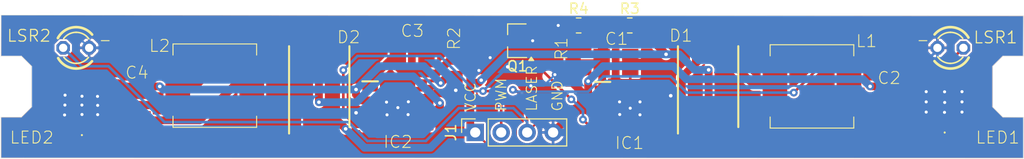
<source format=kicad_pcb>
(kicad_pcb (version 20240108) (generator "pcbnew") (generator_version "8.0")
  (layers (0 "F.Cu" signal) (31 "B.Cu" signal) (34 "B.Paste" user) (35 "F.Paste" user) (36 "B.SilkS" user "B.Silkscreen") (37 "F.SilkS" user "F.Silkscreen") (38 "B.Mask" user) (39 "F.Mask" user) (44 "Edge.Cuts" user))
  (net 0 "")
  (net 1 "N$5")
  (net 2 "GND")
  (net 3 "N$1")
  (net 4 "N$3")
  (net 5 "N$4")
  (net 6 "N$7")
  (net 7 "N$8")
  (net 8 "N$9")
  (net 9 "PWM1")
  (net 10 "N$10")
  (net 11 "Net-(D1-K)")
  (net 12 "Net-(J1-Pin_3)")
  (net 13 "Net-(IC2-VSET)")
  (net 14 "Net-(LASER1-PadA)")
  (net 15 "Net-(LASER2-PadA)")
  (net 16 "Net-(Q1-E)")
  (footprint "Resistor_SMD:R_0805_2012Metric_Pad1.20x1.40mm_HandSolder" (layer "F.Cu") (at 155 99)
    (property "Reference" "R4" (at 0 -1.65 0) (layer "F.SilkS"))
    (property "Value" "R_US")
    (pad "1" smd roundrect (at -1 0) (size 1.2 1.4) (layers "F.Cu" "F.Paste" "F.Mask") (roundrect_rratio 0.208333) (net 16 "Net-(Q1-E)"))
    (pad "2" smd roundrect (at 1 0) (size 1.2 1.4) (layers "F.Cu" "F.Paste" "F.Mask") (roundrect_rratio 0.208333) (net 15 "Net-(LASER2-PadA)"))
  )
  (footprint "Package_TO_SOT_SMD:SC-59_Handsoldering" (layer "F.Cu") (at 149 100.5 180)
    (property "Reference" "Q1" (at 0 -2.5 0) (layer "F.SilkS"))
    (property "Value" "2N2219")
    (pad "1" smd roundrect (at -1.65 -0.95 180) (size 1.8 0.8) (layers "F.Cu" "F.Paste" "F.Mask") (net 16 "Net-(Q1-E)"))
    (pad "2" smd roundrect (at -1.65 0.95 180) (size 1.8 0.8) (layers "F.Cu" "F.Paste" "F.Mask") (net 12 "Net-(J1-Pin_3)"))
    (pad "3" smd roundrect (at 1.65 0 180) (size 1.8 0.8) (layers "F.Cu" "F.Paste" "F.Mask") (net 11 "Net-(D1-K)"))
  )
  (footprint "DIOM7959X262N" (layer "F.Cu") (at 167.6646 105.0048 90)
    (property "Reference" "D1" (at 5.0048 -2.6646 0) (layer "F.SilkS") (effects (font (size 1.176528 1.176528) (thickness 0.093472))))
    (property "Value" "SS34-E3_57T" (hide yes))
    (pad "1" smd rect (at -3.5 0 180) (size 3.15 2.2) (layers "F.Cu" "F.Paste" "F.Mask") (net 5 "N$4"))
    (pad "2" smd rect (at 3.5 0 180) (size 3.15 2.2) (layers "F.Cu" "F.Paste" "F.Mask") (net 1 "N$5"))
  )
  (footprint "R0805_334" (layer "F.Cu") (at 154.4566 103.4068 90)
    (property "Reference" "R1" (at 0.9068 -0.4566 90) (layer "F.SilkS") (effects (font (size 1.176528 1.176528) (thickness 0.093472)) (justify left bottom)))
    (property "Value" "0.05Ω 1/4W" (hide yes))
    (pad "1" smd rect (at -0.95 0 90) (size 1.3 1.5) (layers "F.Cu" "F.Paste" "F.Mask") (net 4 "N$3"))
    (pad "2" smd rect (at 0.95 0 90) (size 1.3 1.5) (layers "F.Cu" "F.Paste" "F.Mask") (net 5 "N$4"))
  )
  (footprint "XMLDWT0000000000U40E2" (layer "F.Cu") (at 106.4006 106.8108 90)
    (property "Reference" "LED2" (at -3.1892 -4.9006 0) (layer "F.SilkS") (effects (font (size 1.176528 1.176528) (thickness 0.093472))))
    (property "Value" "XMLDWT-00-0000-0000U40E2" (hide yes))
    (pad "1" smd rect (at -2.14 0 180) (size 4.98 0.7) (layers "F.Cu" "F.Paste" "F.Mask") (net 7 "N$8"))
    (pad "2" smd rect (at 2.14 0 180) (size 4.98 0.7) (layers "F.Cu" "F.Paste" "F.Mask") (net 8 "N$9"))
    (pad "3" smd rect (at 0 0 180) (size 4.98 2.98) (layers "F.Cu" "F.Paste" "F.Mask") (net 2 "GND"))
  )
  (footprint "LED3MM_259" (layer "F.Cu") (at 105.841 101.1972)
    (property "Reference" "LSR2" (at -6.841 -0.508 0) (layer "F.SilkS") (effects (font (size 1.1557 1.1557) (thickness 0.1143)) (justify left bottom)))
    (property "Value" "TLLG4400" (hide yes))
    (pad "A" thru_hole roundrect (at -1.27 0) (size 1.3208 1.3208) (drill 0.8128) (layers "*.Cu" "*.Mask") (chamfer_ratio 0.2928932188) (chamfer top_left top_right bottom_left bottom_right) (net 10 "N$10"))
    (pad "K" thru_hole roundrect (at 1.27 0) (size 1.3208 1.3208) (drill 0.8128) (layers "*.Cu" "*.Mask") (chamfer_ratio 0.2928932188) (chamfer top_left top_right bottom_left bottom_right) (net 2 "GND"))
  )
  (footprint "C1210_334" (layer "F.Cu") (at 185.4446 107.4048 90)
    (property "Reference" "C2" (at 3.937 1.143 0) (layer "F.SilkS") (effects (font (size 1.176528 1.176528) (thickness 0.093472)) (justify right top)))
    (property "Value" "10μF" (hide yes))
    (pad "1" smd rect (at -1.4 0 90) (size 1.6 2.7) (layers "F.Cu" "F.Paste" "F.Mask") (net 3 "N$1"))
    (pad "2" smd rect (at 1.4 0 90) (size 1.6 2.7) (layers "F.Cu" "F.Paste" "F.Mask") (net 4 "N$3"))
  )
  (footprint "C1210_334" (layer "F.Cu") (at 158.6476 102.6488)
    (property "Reference" "C1" (at -1.1476 -1.6488 0) (layer "F.SilkS") (effects (font (size 1.176528 1.176528) (thickness 0.093472)) (justify left bottom)))
    (property "Value" "22μF" (hide yes))
    (pad "1" smd rect (at -1.4 0) (size 1.6 2.7) (layers "F.Cu" "F.Paste" "F.Mask") (net 5 "N$4"))
    (pad "2" smd rect (at 1.4 0) (size 1.6 2.7) (layers "F.Cu" "F.Paste" "F.Mask") (net 2 "GND"))
  )
  (footprint "IHLP3232DZER330M11" (layer "F.Cu") (at 119.4046 104.9058)
    (property "Reference" "L2" (at -5.4046 -3.9058 0) (layer "F.SilkS") (effects (font (size 1.176528 1.176528) (thickness 0.093472))))
    (property "Value" "IHLP3232DZER330M11" (hide yes))
    (pad "1" smd rect (at -3.619 0 90) (size 5.334 2.413) (layers "F.Cu" "F.Paste" "F.Mask") (net 6 "N$7"))
    (pad "2" smd rect (at 3.619 0 90) (size 5.334 2.413) (layers "F.Cu" "F.Paste" "F.Mask") (net 7 "N$8"))
  )
  (footprint "SOIC127P600X175-9N" (layer "F.Cu") (at 160.0446 107.1208)
    (property "Reference" "IC1" (at -0.072255 3.412803 0) (layer "F.SilkS") (effects (font (size 1.176528 1.176528) (thickness 0.093472))))
    (property "Value" "PAM2863ECR" (hide yes))
    (pad "1" smd rect (at -2.712 -1.905) (size 1.525 0.65) (layers "F.Cu" "F.Paste" "F.Mask") (net 5 "N$4"))
    (pad "2" smd rect (at -2.712 -0.635) (size 1.525 0.65) (layers "F.Cu" "F.Paste" "F.Mask") (net 4 "N$3"))
    (pad "3" smd rect (at -2.712 0.635) (size 1.525 0.65) (layers "F.Cu" "F.Paste" "F.Mask") (net 2 "GND"))
    (pad "4" smd rect (at -2.712 1.905) (size 1.525 0.65) (layers "F.Cu" "F.Paste" "F.Mask") (net 9 "PWM1"))
    (pad "5" smd rect (at 2.712 1.905) (size 1.525 0.65) (layers "F.Cu" "F.Paste" "F.Mask") (net 1 "N$5"))
    (pad "6" smd rect (at 2.712 0.635) (size 1.525 0.65) (layers "F.Cu" "F.Paste" "F.Mask") (net 1 "N$5"))
    (pad "7" smd rect (at 2.712 -0.635) (size 1.525 0.65) (layers "F.Cu" "F.Paste" "F.Mask") (net 2 "GND"))
    (pad "8" smd rect (at 2.712 -1.905) (size 1.525 0.65) (layers "F.Cu" "F.Paste" "F.Mask") (net 2 "GND"))
    (pad "9" smd rect (at 0 0) (size 3.3 2.41) (layers "F.Cu" "F.Paste" "F.Mask") (net 2 "GND"))
  )
  (footprint "C1210_334" (layer "F.Cu") (at 111.7846 106.8108 90)
    (property "Reference" "C4" (at 2.492521 -1.204845 0) (layer "F.SilkS") (effects (font (size 1.176528 1.176528) (thickness 0.093472)) (justify left bottom)))
    (property "Value" "10μF" (hide yes))
    (pad "1" smd rect (at -1.4 0 90) (size 1.6 2.7) (layers "F.Cu" "F.Paste" "F.Mask") (net 7 "N$8"))
    (pad "2" smd rect (at 1.4 0 90) (size 1.6 2.7) (layers "F.Cu" "F.Paste" "F.Mask") (net 8 "N$9"))
  )
  (footprint "DIOM7959X262N" (layer "F.Cu") (at 129.621043 105.0048 90)
    (property "Reference" "D2" (at 4.854443 2.878957 0) (layer "F.SilkS") (effects (font (size 1.176528 1.176528) (thickness 0.093472))))
    (property "Value" "SS34-E3_57T" (hide yes))
    (pad "1" smd rect (at -3.5 0 180) (size 3.15 2.2) (layers "F.Cu" "F.Paste" "F.Mask") (net 5 "N$4"))
    (pad "2" smd rect (at 3.5 0 180) (size 3.15 2.2) (layers "F.Cu" "F.Paste" "F.Mask") (net 6 "N$7"))
  )
  (footprint "SOIC127P600X175-9N" (layer "F.Cu") (at 137.3116 107.0648)
    (property "Reference" "IC2" (at 0.004556 3.361356 0) (layer "F.SilkS") (effects (font (size 1.176528 1.176528) (thickness 0.093472))))
    (property "Value" "PAM2863ECR" (hide yes))
    (pad "1" smd rect (at -2.712 -1.905) (size 1.525 0.65) (layers "F.Cu" "F.Paste" "F.Mask") (net 5 "N$4"))
    (pad "2" smd rect (at -2.712 -0.635) (size 1.525 0.65) (layers "F.Cu" "F.Paste" "F.Mask") (net 8 "N$9"))
    (pad "3" smd rect (at -2.712 0.635) (size 1.525 0.65) (layers "F.Cu" "F.Paste" "F.Mask") (net 2 "GND"))
    (pad "4" smd rect (at -2.712 1.905) (size 1.525 0.65) (layers "F.Cu" "F.Paste" "F.Mask") (net 9 "PWM1"))
    (pad "5" smd rect (at 2.712 1.905) (size 1.525 0.65) (layers "F.Cu" "F.Paste" "F.Mask") (net 6 "N$7"))
    (pad "6" smd rect (at 2.712 0.635) (size 1.525 0.65) (layers "F.Cu" "F.Paste" "F.Mask") (net 6 "N$7"))
    (pad "7" smd rect (at 2.712 -0.635) (size 1.525 0.65) (layers "F.Cu" "F.Paste" "F.Mask") (net 2 "GND"))
    (pad "8" smd rect (at 2.712 -1.905) (size 1.525 0.65) (layers "F.Cu" "F.Paste" "F.Mask") (net 2 "GND"))
    (pad "9" smd rect (at 0 0) (size 3.3 2.41) (layers "F.Cu" "F.Paste" "F.Mask") (net 2 "GND"))
  )
  (footprint "Connector_PinSocket_2.54mm:PinSocket_1x04_P2.54mm_Vertical" (layer "F.Cu") (at 144.88 109.5 90)
    (property "Reference" "J1" (at 0 -2.38 90) (layer "F.SilkS"))
    (property "Value" "Conn_01x04_Pin" (hide yes))
    (pad "1" thru_hole rect (at 0 0 90) (size 1.7 1.7) (drill 1) (layers "*.Cu" "*.Mask") (net 11 "Net-(D1-K)"))
    (pad "2" thru_hole oval (at 0 2.54 90) (size 1.7 1.7) (drill 1) (layers "*.Cu" "*.Mask") (net 13 "Net-(IC2-VSET)"))
    (pad "3" thru_hole oval (at 0 5.08 90) (size 1.7 1.7) (drill 1) (layers "*.Cu" "*.Mask") (net 12 "Net-(J1-Pin_3)"))
    (pad "4" thru_hole oval (at 0 7.62 90) (size 1.7 1.7) (drill 1) (layers "*.Cu" "*.Mask") (net 2 "GND"))
  )
  (footprint "Resistor_SMD:R_0805_2012Metric_Pad1.20x1.40mm_HandSolder" (layer "F.Cu") (at 160 99)
    (property "Reference" "R3" (at 0 -1.65 0) (layer "F.SilkS"))
    (property "Value" "R_US")
    (pad "1" smd roundrect (at -1 0) (size 1.2 1.4) (layers "F.Cu" "F.Paste" "F.Mask") (roundrect_rratio 0.208333) (net 16 "Net-(Q1-E)"))
    (pad "2" smd roundrect (at 1 0) (size 1.2 1.4) (layers "F.Cu" "F.Paste" "F.Mask") (roundrect_rratio 0.208333) (net 14 "Net-(LASER1-PadA)"))
  )
  (footprint "C1210_334" (layer "F.Cu") (at 138.7086 101.7598)
    (property "Reference" "C3" (at -1.1875 -1.539862 0) (layer "F.SilkS") (effects (font (size 1.176528 1.176528) (thickness 0.093472)) (justify left bottom)))
    (property "Value" "22μF" (hide yes))
    (pad "1" smd rect (at -1.4 0) (size 1.6 2.7) (layers "F.Cu" "F.Paste" "F.Mask") (net 5 "N$4"))
    (pad "2" smd rect (at 1.4 0) (size 1.6 2.7) (layers "F.Cu" "F.Paste" "F.Mask") (net 2 "GND"))
  )
  (footprint "R0805_334" (layer "F.Cu") (at 142.8996 103.1528 90)
    (property "Reference" "R2" (at 1.6528 0.6004 90) (layer "F.SilkS") (effects (font (size 1.176528 1.176528) (thickness 0.093472)) (justify left bottom)))
    (property "Value" "0.05Ω 1/4W" (hide yes))
    (pad "1" smd rect (at -0.95 0 90) (size 1.3 1.5) (layers "F.Cu" "F.Paste" "F.Mask") (net 8 "N$9"))
    (pad "2" smd rect (at 0.95 0 90) (size 1.3 1.5) (layers "F.Cu" "F.Paste" "F.Mask") (net 5 "N$4"))
  )
  (footprint "IHLP3232DZER330M11" (layer "F.Cu") (at 177.8246 104.9818)
    (property "Reference" "L1" (at 5.334 -4.445 0) (layer "F.SilkS") (effects (font (size 1.176528 1.176528) (thickness 0.093472))))
    (property "Value" "IHLP3232DZER330M11" (hide yes))
    (pad "1" smd rect (at -3.619 0 90) (size 5.334 2.413) (layers "F.Cu" "F.Paste" "F.Mask") (net 1 "N$5"))
    (pad "2" smd rect (at 3.619 0 90) (size 5.334 2.413) (layers "F.Cu" "F.Paste" "F.Mask") (net 3 "N$1"))
  )
  (footprint "XMLDWT0000000000U40E2" (layer "F.Cu") (at 190.8086 106.5568 90)
    (property "Reference" "LED1" (at -3.4432 5.1914 0) (layer "F.SilkS") (effects (font (size 1.176528 1.176528) (thickness 0.093472))))
    (property "Value" "XMLDWT-00-0000-0000U40E2" (hide yes))
    (pad "1" smd rect (at -2.14 0 180) (size 4.98 0.7) (layers "F.Cu" "F.Paste" "F.Mask") (net 3 "N$1"))
    (pad "2" smd rect (at 2.14 0 180) (size 4.98 0.7) (layers "F.Cu" "F.Paste" "F.Mask") (net 4 "N$3"))
    (pad "3" smd rect (at 0 0 180) (size 4.98 2.98) (layers "F.Cu" "F.Paste" "F.Mask") (net 2 "GND"))
  )
  (footprint "LED3MM_259" (layer "F.Cu") (at 191.3682 101.1972 180)
    (property "Reference" "LSR1" (at -6.6318 1.6972 0) (layer "F.SilkS") (effects (font (size 1.1557 1.1557) (thickness 0.1143)) (justify right top)))
    (property "Value" "TLLG4400" (hide yes))
    (pad "A" thru_hole roundrect (at -1.27 0 180) (size 1.3208 1.3208) (drill 0.8128) (layers "*.Cu" "*.Mask") (chamfer_ratio 0.2928932188) (chamfer top_left top_right bottom_left bottom_right) (net 10 "N$10"))
    (pad "K" thru_hole roundrect (at 1.27 0 180) (size 1.3208 1.3208) (drill 0.8128) (layers "*.Cu" "*.Mask") (chamfer_ratio 0.2928932188) (chamfer top_left top_right bottom_left bottom_right) (net 2 "GND"))
  )
  (gr_line (start 198.5044 112.018) (end 198.5058 108.0122) (stroke (width 0.05)) (layer "Edge.Cuts"))
  (gr_line (start 196.4896 108.0018) (end 195.4896 107.0018) (stroke (width 0.05)) (layer "Edge.Cuts"))
  (gr_line (start 98.4896 108.0018) (end 98.4896 112.0018) (stroke (width 0.05)) (layer "Edge.Cuts"))
  (gr_line (start 196.4896 102.0018) (end 198.4896 102.0018) (stroke (width 0.05)) (layer "Edge.Cuts"))
  (gr_line (start 198.4896 102.0018) (end 198.5126 98.0578) (stroke (width 0.05)) (layer "Edge.Cuts"))
  (gr_line (start 98.4896 112.0018) (end 198.5044 112.018) (stroke (width 0.05)) (layer "Edge.Cuts"))
  (gr_line (start 98.4994 97.9892) (end 98.4896 102.0018) (stroke (width 0.05)) (layer "Edge.Cuts"))
  (gr_line (start 195.4896 103.0018) (end 196.4896 102.0018) (stroke (width 0.05)) (layer "Edge.Cuts"))
  (gr_line (start 198.5058 108.0122) (end 196.4896 108.0018) (stroke (width 0.05)) (layer "Edge.Cuts"))
  (gr_line (start 98.4896 102.0018) (end 100.4896 102.0018) (stroke (width 0.05)) (layer "Edge.Cuts"))
  (gr_line (start 198.5126 98.0578) (end 98.4994 97.9892) (stroke (width 0.05)) (layer "Edge.Cuts"))
  (gr_line (start 100.4896 102.0018) (end 101.4896 103.0018) (stroke (width 0.05)) (layer "Edge.Cuts"))
  (gr_line (start 195.4896 107.0018) (end 195.4896 103.0018) (stroke (width 0.05)) (layer "Edge.Cuts"))
  (gr_line (start 101.4896 107.0018) (end 100.4896 108.0018) (stroke (width 0.05)) (layer "Edge.Cuts"))
  (gr_line (start 101.4896 103.0018) (end 101.4896 107.0018) (stroke (width 0.05)) (layer "Edge.Cuts"))
  (gr_line (start 100.4896 108.0018) (end 98.4896 108.0018) (stroke (width 0.05)) (layer "Edge.Cuts"))
  (gr_text "GND" (at 153.5 107.5 90) (layer "F.SilkS") (effects (font (size 1 1) (thickness 0.1)) (justify left bottom)))
  (gr_text "-" (at 188 101 0) (layer "F.SilkS") (effects (font (size 1 1) (thickness 0.1)) (justify left bottom)))
  (gr_text "LASER" (at 151 107.5 90) (layer "F.SilkS") (effects (font (size 1 1) (thickness 0.1)) (justify left bottom)))
  (gr_text "-\n" (at 108 101 0) (layer "F.SilkS") (effects (font (size 1 1) (thickness 0.1)) (justify left bottom)))
  (gr_text "VCC" (at 145 107.5 90) (layer "F.SilkS") (effects (font (size 1 1) (thickness 0.1)) (justify left bottom)))
  (gr_text "PWM" (at 148 107.5 90) (layer "F.SilkS") (effects (font (size 1 1) (thickness 0.1)) (justify left bottom)))
  (segment (start 172.135 104.8296) (end 174.0654 104.8296) (width 0.762) (layer "F.Cu") (net 1))
  (segment (start 165.0966 106.4324) (end 163.8038 107.7252) (width 0.762) (layer "F.Cu") (net 1))
  (segment (start 163.8038 107.7252) (end 162.7878 107.7252) (width 0.762) (layer "F.Cu") (net 1))
  (segment (start 167.6646 101.5048) (end 165.0966 104.0728) (width 0.762) (layer "F.Cu") (net 1))
  (segment (start 174.0654 104.8296) (end 174.2056 104.9818) (width 0.1524) (layer "F.Cu") (net 1))
  (segment (start 165.0966 104.0728) (end 165.0966 106.4324) (width 0.762) (layer "F.Cu") (net 1))
  (segment (start 172.135 104.8296) (end 168.8102 101.5048) (width 0.762) (layer "F.Cu") (net 1))
  (segment (start 162.7878 107.7252) (end 162.7566 107.7558) (width 0.1524) (layer "F.Cu") (net 1))
  (segment (start 162.7878 107.8776) (end 162.7878 108.9444) (width 0.762) (layer "F.Cu") (net 1))
  (segment (start 162.7878 108.9444) (end 162.7566 109.0258) (width 0.1524) (layer "F.Cu") (net 1))
  (segment (start 162.7878 107.8776) (end 162.7566 107.7558) (width 0.1524) (layer "F.Cu") (net 1))
  (segment (start 167.6646 101.5048) (end 168.8102 101.5048) (width 0.762) (layer "F.Cu") (net 1))
  (segment (start 155.9304 107.2426) (end 153.8216 107.2426) (width 0.762) (layer "F.Cu") (net 2))
  (segment (start 152.5 109.5) (end 153.9486 108.0514) (width 0.762) (layer "F.Cu") (net 2))
  (segment (start 150.579 104) (end 147 104) (width 0.762) (layer "F.Cu") (net 2))
  (segment (start 162.7624 103.9914) (end 162.7624 105.21) (width 0.762) (layer "F.Cu") (net 2))
  (segment (start 140.0236 106.4298) (end 140.2776 106.4298) (width 0.762) (layer "F.Cu") (net 2))
  (segment (start 162.7878 105.2868) (end 162.7566 105.2158) (width 0.1524) (layer "F.Cu") (net 2))
  (segment (start 140.564881 105.701082) (end 140.0236 106.4298) (width 0.762) (layer "F.Cu") (net 2))
  (segment (start 142.7218 105.617) (end 141.0904 105.617) (width 0.762) (layer "F.Cu") (net 2))
  (segment (start 140.564881 105.701082) (end 140.0236 105.1598) (width 0.762) (layer "F.Cu") (net 2))
  (segment (start 133.2222 107.5728) (end 134.5938 107.5728) (width 0.762) (layer "F.Cu") (net 2))
  (segment (start 153.449837 108.550163) (end 152.5 109.5) (width 0.1524) (layer "F.Cu") (net 2))
  (segment (start 141.0904 105.617) (end 140.2776 106.4298) (width 0.762) (layer "F.Cu") (net 2))
  (segment (start 162.7878 105.8964) (end 162.7878 106.3536) (width 0.762) (layer "F.Cu") (net 2))
  (segment (start 162.7878 105.2868) (end 162.7878 105.8964) (width 0.762) (layer "F.Cu") (net 2))
  (segment (start 157.3326 107.7558) (end 156.4436 107.7558) (width 0.762) (layer "F.Cu") (net 2))
  (segment (start 141.140856 100.7402) (end 140.172781 101.7598) (width 0.762) (layer "F.Cu") (net 2))
  (segment (start 153.9486 108.0514) (end 153.9486 107.3696) (width 0.762) (layer "F.Cu") (net 2))
  (segment (start 161.4198 102.6488) (end 160.0476 102.6488) (width 0.762) (layer "F.Cu") (net 2))
  (segment (start 142.9758 105.363) (end 142.7218 105.617) (width 0.762) (layer "F.Cu") (net 2))
  (segment (start 140.172781 101.7598) (end 140.1086 101.7598) (width 0.762) (layer "F.Cu") (net 2))
  (segment (start 134.5938 107.5728) (end 134.5996 107.6998) (width 0.762) (layer "F.Cu") (net 2))
  (segment (start 161.4198 102.6488) (end 162.7624 103.9914) (width 0.762) (layer "F.Cu") (net 2))
  (segment (start 153.9486 107.3696) (end 153.8216 107.2426) (width 0.762) (layer "F.Cu") (net 2))
  (segment (start 143.7402 100.7402) (end 141.140856 100.7402) (width 0.762) (layer "F.Cu") (net 2))
  (segment (start 147 104) (end 143.7402 100.7402) (width 0.762) (layer "F.Cu") (net 2))
  (segment (start 156.4436 107.7558) (end 155.9304 107.2426) (width 0.762) (layer "F.Cu") (net 2))
  (segment (start 162.7566 105.2158) (end 162.7624 105.21) (width 0.762) (layer "F.Cu") (net 2))
  (segment (start 162.7878 106.3536) (end 162.7566 106.4858) (width 0.1524) (layer "F.Cu") (net 2))
  (segment (start 153.449837 108.521838) (end 153.449837 108.550163) (width 0.1524) (layer "F.Cu") (net 2))
  (segment (start 164.007 105.8964) (end 162.7878 105.8964) (width 0.762) (layer "F.Cu") (net 2))
  (segment (start 153.8216 107.2426) (end 150.579 104) (width 0.762) (layer "F.Cu") (net 2))
  (via (at 106.409799 105.945565) (size 0.6) (drill 0.3) (layers "F.Cu" "B.Cu") (net 2))
  (via (at 192.5 105.5) (size 0.6) (drill 0.3) (layers "F.Cu" "B.Cu") (net 2))
  (via (at 192.5 107.5) (size 0.6) (drill 0.3) (layers "F.Cu" "B.Cu") (net 2))
  (via (at 159 106.5) (size 0.6) (drill 0.3) (layers "F.Cu" "B.Cu") (net 2))
  (via (at 104.708262 107.783832) (size 0.6) (drill 0.3) (layers "F.Cu" "B.Cu") (net 2))
  (via (at 133.2222 107.5728) (size 0.7564) (drill 0.35) (layers "F.Cu" "B.Cu") (net 2))
  (via (at 190.8086 106.5568) (size 0.6) (drill 0.3) (layers "F.Cu" "B.Cu") (net 2))
  (via (at 138.339436 106.49021) (size 0.6) (drill 0.3) (layers "F.Cu" "B.Cu") (net 2))
  (via (at 159.017134 107.74025) (size 0.6) (drill 0.3) (layers "F.Cu" "B.Cu") (net 2))
  (via (at 190.789882 107.528392) (size 0.6) (drill 0.3) (layers "F.Cu" "B.Cu") (net 2))
  (via (at 107.94422 106.84191) (size 0.6) (drill 0.3) (layers "F.Cu" "B.Cu") (net 2))
  (via (at 104.753839 105.839219) (size 0.6) (drill 0.3) (layers "F.Cu" "B.Cu") (net 2))
  (via (at 106.4006 106.8108) (size 0.6) (drill 0.3) (layers "F.Cu" "B.Cu") (net 2))
  (via (at 136.201579 106.523018) (size 0.6) (drill 0.3) (layers "F.Cu" "B.Cu") (net 2))
  (via (at 160.0446 107.1208) (size 0.6) (drill 0.3) (layers "F.Cu" "B.Cu") (net 2))
  (via (at 138.313041 107.75067) (size 0.6) (drill 0.3) (layers "F.Cu" "B.Cu") (net 2))
  (via (at 161 106.5) (size 0.6) (drill 0.3) (layers "F.Cu" "B.Cu") (net 2))
  (via (at 160.996682 107.767367) (size 0.6) (drill 0.3) (layers "F.Cu" "B.Cu") (net 2))
  (via (at 107.94422 107.753447) (size 0.6) (drill 0.3) (layers "F.Cu" "B.Cu") (net 2))
  (via (at 106.409799 107.738255) (size 0.6) (drill 0.3) (layers "F.Cu" "B.Cu") (net 2))
  (via (at 104.738647 106.811525) (size 0.6) (drill 0.3) (layers "F.Cu" "B.Cu") (net 2))
  (via (at 164.007 105.8964) (size 0.7564) (drill 0.35) (layers "F.Cu" "B.Cu") (net 2))
  (via (at 189 107.5) (size 0.6) (drill 0.3) (layers "F.Cu" "B.Cu") (net 2))
  (via (at 142.9758 105.363) (size 0.7564) (drill 0.35) (layers "F.Cu" "B.Cu") (net 2))
  (via (at 189 106.5) (size 0.6) (drill 0.3) (layers "F.Cu" "B.Cu") (net 2))
  (via (at 190.796784 105.513019) (size 0.6) (drill 0.3) (layers "F.Cu" "B.Cu") (net 2))
  (via (at 189 105.5) (size 0.6) (drill 0.3) (layers "F.Cu" "B.Cu") (net 2))
  (via (at 136.252294 107.770603) (size 0.6) (drill 0.3) (layers "F.Cu" "B.Cu") (net 2))
  (via (at 137.3116 107.0648) (size 0.6) (drill 0.3) (layers "F.Cu" "B.Cu") (net 2))
  (via (at 107.929027 105.960757) (size 0.6) (drill 0.3) (layers "F.Cu" "B.Cu") (net 2))
  (via (at 192.5 106.5) (size 0.6) (drill 0.3) (layers "F.Cu" "B.Cu") (net 2))
  (segment (start 136.958097 107.0648) (end 136.252294 107.770603) (width 0.2) (layer "B.Cu") (net 2))
  (segment (start 107.94422 107.753447) (end 106.424991 107.753447) (width 0.2) (layer "B.Cu") (net 2))
  (segment (start 190.8086 106.5568) (end 190.8086 107.509674) (width 0.2) (layer "B.Cu") (net 2))
  (segment (start 137.3116 107.0648) (end 137.627171 107.0648) (width 0.2) (layer "B.Cu") (net 2))
  (segment (start 106.5 107) (end 106.4006 106.9006) (width 0.2) (layer "B.Cu") (net 2))
  (segment (start 106.4006 106.9006) (end 106.4006 106.8108) (width 0.2) (layer "B.Cu") (net 2))
  (segment (start 104.738647 105.854411) (end 104.753839 105.839219) (width 0.2) (layer "B.Cu") (net 2))
  (segment (start 192.5 106.5) (end 192.5 105.5) (width 0.2) (layer "B.Cu") (net 2))
  (segment (start 137.764846 107.0648) (end 138.339436 106.49021) (width 0.2) (layer "B.Cu") (net 2))
  (segment (start 107.94422 106.84191) (end 106.43171 106.84191) (width 0.2) (layer "B.Cu") (net 2))
  (segment (start 192.5 107.5) (end 190.818274 107.5) (width 0.2) (layer "B.Cu") (net 2))
  (segment (start 162.867649 105.8964) (end 164.007 105.8964) (width 0.2) (layer "B.Cu") (net 2))
  (segment (start 190.818274 107.5) (end 190.789882 107.528392) (width 0.2) (layer "B.Cu") (net 2))
  (segment (start 190.789882 107.528392) (end 190.76149 107.5) (width 0.2) (layer "B.Cu") (net 2))
  (segment (start 133.420003 107.770603) (end 133.2222 107.5728) (width 0.2) (layer "B.Cu") (net 2))
  (segment (start 135.3286 109.6792) (end 133.2222 107.5728) (width 0.762) (layer "B.Cu") (net 2))
  (segment (start 190.796784 105.513019) (end 189.013019 105.513019) (width 0.2) (layer "B.Cu") (net 2))
  (segment (start 106.424991 105.960757) (end 106.409799 105.945565) (width 0.2) (layer "B.Cu") (net 2))
  (segment (start 160.0446 107.1208) (end 160.350115 107.1208) (width 0.2) (layer "B.Cu") (net 2))
  (segment (start 159.6208 107.1208) (end 159 106.5) (width 0.2) (layer "B.Cu") (net 2))
  (segment (start 104.708262 107.783832) (end 104.708262 106.84191) (width 0.2) (layer "B.Cu") (net 2))
  (segment (start 159.636584 107.1208) (end 159.017134 107.74025) (width 0.2) (layer "B.Cu") (net 2))
  (segment (start 107.94422 107.753447) (end 107.94422 106.84191) (width 0.2) (layer "B.Cu") (net 2))
  (segment (start 104.753839 105.839219) (end 103.308672 104.394052) (width 0.2) (layer "B.Cu") (net 2))
  (segment (start 189.013019 105.513019) (end 189 105.5) (width 0.2) (layer "B.Cu") (net 2))
  (segment (start 189 107.5) (end 189 106.5) (width 0.2) (layer "B.Cu") (net 2))
  (segment (start 190.0982 101.1972) (end 190.0982 101.4018) (width 0.254) (layer "B.Cu") (net 2))
  (segment (start 155.9153 111) (end 154.4153 109.5) (width 0.762) (layer "B.Cu") (net 2))
  (segment (start 107.929027 105.960757) (end 106.424991 105.960757) (width 0.2) (layer "B.Cu") (net 2))
  (segment (start 144.0426 106.4298) (end 142.8996 106.4298) (width 0.762) (layer "B.Cu") (net 2))
  (segment (start 159.017134 107.74025) (end 160.969565 107.74025) (width 0.2) (layer "B.Cu") (net 2))
  (segment (start 162.2054 111) (end 155.9153 111) (width 0.762) (layer "B.Cu") (net 2))
  (segment (start 189 105.5) (end 187.5 104) (width 0.2) (layer "B.Cu") (net 2))
  (segment (start 137.627171 107.0648) (end 138.313041 107.75067) (width 0.2) (layer "B.Cu") (net 2))
  (segment (start 104.708262 106.84191) (end 104.738647 106.811525) (width 0.2) (layer "B.Cu") (net 2))
  (segment (start 106.409799 107.738255) (end 104.753839 107.738255) (width 0.2) (layer "B.Cu") (net 2))
  (segment (start 160.350115 107.1208) (end 160.996682 107.767367) (width 0.2) (layer "B.Cu") (net 2))
  (segment (start 137.3116 107.0648) (end 136.743361 107.0648) (width 0.2) (layer "B.Cu") (net 2))
  (segment (start 103.308672 100.691328) (end 104 100) (width 0.2) (layer "B.Cu") (net 2))
  (segment (start 192.5 105.5) (end 190.809803 105.5) (width 0.2) (layer "B.Cu") (net 2))
  (segment (start 106.409799 105.945565) (end 104.860185 105.945565) (width 0.2) (layer "B.Cu") (net 2))
  (segment (start 106.43171 106.84191) (end 106.4006 106.8108) (width 0.2) (layer "B.Cu") (net 2))
  (segment (start 152.5 109.5) (end 149.4298 106.4298) (width 0.762) (layer "B.Cu") (net 2))
  (segment (start 106.424991 107.753447) (end 106.409799 107.738255) (width 0.2) (layer "B.Cu") (net 2))
  (segment (start 160.3792 107.1208) (end 161 106.5) (width 0.2) (layer "B.Cu") (net 2))
  (segment (start 107.94422 106.05578) (end 108 106) (width 0.2) (layer "B.Cu") (net 2))
  (segment (start 136.252294 107.770603) (end 138.293108 107.770603) (width 0.2) (layer "B.Cu") (net 2))
  (segment (start 160.0446 107.1208) (end 159.6208 107.1208) (width 0.2) (layer "B.Cu") (net 2))
  (segment (start 137.3116 107.0648) (end 136.958097 107.0648) (width 0.2) (layer "B.Cu") (net 2))
  (segment (start 106.409799 107.090201) (end 106.5 107) (width 0.2) (layer "B.Cu") (net 2))
  (segment (start 160.0446 107.1208) (end 160.3792 107.1208) (width 0.2) (layer "B.Cu") (net 2))
  (segment (start 107.94422 106.84191) (end 107.94422 106.05578) (width 0.2) (layer "B.Cu") (net 2))
  (segment (start 107.96827 106) (end 107.929027 105.960757) (width 0.2) (layer "B.Cu") (net 2))
  (segment (start 105.9138 100) (end 107.111 101.1972) (width 0.2) (layer "B.Cu") (net 2))
  (segment (start 138.293108 107.770603) (end 138.313041 107.75067) (width 0.2) (layer "B.Cu") (net 2))
  (segment (start 189 106.5) (end 189 105.5) (width 0.2) (layer "B.Cu") (net 2))
  (segment (start 192.5 107.5) (end 192.5 106.5) (width 0.2) (layer "B.Cu") (net 2))
  (segment (start 108.6972 101.1972) (end 107.111 101.1972) (width 0.254) (layer "B.Cu") (net 2))
  (segment (start 160.969565 107.74025) (end 160.996682 107.767367) (width 0.2) (layer "B.Cu") (net 2))
  (segment (start 106.4006 106.8108) (end 106.4006 105.954764) (width 0.2) (layer "B.Cu") (net 2))
  (segment (start 192.4432 106.5568) (end 192.5 106.5) (width 0.2) (layer "B.Cu") (net 2))
  (segment (start 136.252294 107.770603) (end 133.420003 107.770603) (width 0.2) (layer "B.Cu") (net 2))
  (segment (start 136.743361 107.0648) (end 136.201579 106.523018) (width 0.2) (layer "B.Cu") (net 2))
  (segment (start 190.0982 101.4018) (end 187.5 104) (width 0.254) (layer "B.Cu") (net 2))
  (segment (start 139.701 109.6792) (end 135.3286 109.6792) (width 0.762) (layer "B.Cu") (net 2))
  (segment (start 104 100) (end 105.9138 100) (width 0.2) (layer "B.Cu") (net 2))
  (segment (start 190.809803 105.5) (end 190.796784 105.513019) (width 0.2) (layer "B.Cu") (net 2))
  (segment (start 164.007 109.1984) (end 164.007 105.8964) (width 0.762) (layer "B.Cu") (net 2))
  (segment (start 154.4153 109.5) (end 152.5 109.5) (width 0.762) (layer "B.Cu") (net 2))
  (segment (start 190.8086 106.5568) (end 190.8086 105.524835) (width 0.2) (layer "B.Cu") (net 2))
  (segment (start 190.76149 107.5) (end 189 107.5) (width 0.2) (layer "B.Cu") (net 2))
  (segment (start 106.399875 106.811525) (end 106.4006 106.8108) (width 0.2) (layer "B.Cu") (net 2))
  (segment (start 104.738647 106.811525) (end 106.399875 106.811525) (width 0.2) (layer "B.Cu") (net 2))
  (segment (start 190.8086 107.509674) (end 190.789882 107.528392) (width 0.2) (layer "B.Cu") (net 2))
  (segment (start 133.2222 107.5728) (end 115.0728 107.5728) (width 0.254) (layer "B.Cu") (net 2))
  (segment (start 190.8086 105.524835) (end 190.796784 105.513019) (width 0.2) (layer "B.Cu") (net 2))
  (segment (start 149.4298 106.4298) (end 144.0426 106.4298) (width 0.762) (layer "B.Cu") (net 2))
  (segment (start 187.5 104) (end 182.3016 109.1984) (width 0.254) (layer "B.Cu") (net 2))
  (segment (start 189 106.5) (end 190.7518 106.5) (width 0.2) (layer "B.Cu") (net 2))
  (segment (start 104.753839 107.738255) (end 104.708262 107.783832) (width 0.2) (layer "B.Cu") (net 2))
  (segment (start 160.0446 107.1208) (end 159.636584 107.1208) (width 0.2) (layer "B.Cu") (net 2))
  (segment (start 108 106) (end 107.96827 106) (width 0.2) (layer "B.Cu") (net 2))
  (segment (start 106.409799 107.738255) (end 106.409799 107.090201) (width 0.2) (layer "B.Cu") (net 2))
  (segment (start 190.8086 106.5568) (end 192.4432 106.5568) (width 0.2) (layer "B.Cu") (net 2))
  (segment (start 104.860185 105.945565) (end 104.753839 105.839219) (width 0.2) (layer "B.Cu") (net 2))
  (segment (start 106.4006 105.954764) (end 106.409799 105.945565) (width 0.2) (layer "B.Cu") (net 2))
  (segment (start 160.996682 107.767367) (end 162.867649 105.8964) (width 0.2) (layer "B.Cu") (net 2))
  (segment (start 137.3116 107.0648) (end 137.764846 107.0648) (width 0.2) (layer "B.Cu") (net 2))
  (segment (start 142.925 106.4552) (end 139.701 109.6792) (width 0.762) (layer "B.Cu") (net 2))
  (segment (start 103.308672 104.394052) (end 103.308672 100.691328) (width 0.2) (layer "B.Cu") (net 2))
  (segment (start 144.0426 106.4298) (end 142.9758 105.363) (width 0.762) (layer "B.Cu") (net 2))
  (segment (start 190.7518 106.5) (end 190.8086 106.5568) (width 0.2) (layer "B.Cu") (net 2))
  (segment (start 115.0728 107.5728) (end 108.6972 101.1972) (width 0.254) (layer "B.Cu") (net 2))
  (segment (start 142.8996 106.4298) (end 142.925 106.4552) (width 0.1524) (layer "B.Cu") (net 2))
  (segment (start 164.007 109.1984) (end 162.2054 111) (width 0.762) (layer "B.Cu") (net 2))
  (segment (start 182.3016 109.1984) (end 164.007 109.1984) (width 0.254) (layer "B.Cu") (net 2))
  (segment (start 104.738647 106.811525) (end 104.738647 105.854411) (width 0.2) (layer "B.Cu") (net 2))
  (segment (start 185.4446 108.8048) (end 190.7006 108.8048) (width 0.762) (layer "F.Cu") (net 3))
  (segment (start 190.7006 108.8048) (end 190.8086 108.6968) (width 0.1524) (layer "F.Cu") (net 3))
  (segment (start 182.8158 108.8048) (end 181.4436 107.4326) (width 0.762) (layer "F.Cu") (net 3))
  (segment (start 181.4436 104.9818) (end 181.4436 107.4326) (width 0.1524) (layer "F.Cu") (net 3))
  (segment (start 182.8158 108.8048) (end 185.4446 108.8048) (width 0.762) (layer "F.Cu") (net 3))
  (segment (start 157.3326 106.4858) (end 157.2056 106.3588) (width 0.762) (layer "F.Cu") (net 4))
  (segment (start 157.2056 106.3588) (end 156.4176 106.3588) (width 0.762) (layer "F.Cu") (net 4))
  (segment (start 184.4286 104.982) (end 183.5142 104.982) (width 0.762) (layer "F.Cu") (net 4))
  (segment (start 155.9806 106.2266) (end 154.4566 104.7026) (width 0.762) (layer "F.Cu") (net 4))
  (segment (start 156.4176 106.3588) (end 155.9298 105.871) (width 0.762) (layer "F.Cu") (net 4))
  (segment (start 185.4954 105.8964) (end 186.276712 105.8964) (width 0.762) (layer "F.Cu") (net 4))
  (segment (start 186.276712 105.8964) (end 187.756312 104.4168) (width 0.762) (layer "F.Cu") (net 4))
  (segment (start 185.4954 105.8964) (end 185.4446 106.0048) (width 0.762) (layer "F.Cu") (net 4))
  (segment (start 155.9298 105.871) (end 155.9298 104.474) (width 0.762) (layer "F.Cu") (net 4))
  (segment (start 157.271428 106.2266) (end 155.9806 106.2266) (width 0.762) (layer "F.Cu") (net 4))
  (segment (start 157.271428 106.2266) (end 157.3326 106.4858) (width 0.1524) (layer "F.Cu") (net 4))
  (segment (start 187.756312 104.4168) (end 190.8086 104.4168) (width 0.762) (layer "F.Cu") (net 4))
  (segment (start 154.4566 104.3568) (end 154.4566 104.7026) (width 0.762) (layer "F.Cu") (net 4))
  (segment (start 185.4446 106.0048) (end 185.343 105.8964) (width 0.762) (layer "F.Cu") (net 4))
  (segment (start 185.343 105.8964) (end 184.4286 104.982) (width 0.762) (layer "F.Cu") (net 4))
  (via (at 155.9298 104.474) (size 0.7564) (drill 0.35) (layers "F.Cu" "B.Cu") (net 4))
  (via (at 183.5142 104.982) (size 0.7564) (drill 0.35) (layers "F.Cu" "B.Cu") (net 4))
  (segment (start 164.269127 103) (end 157.4038 103) (width 0.762) (layer "B.Cu") (net 4))
  (segment (start 157.4038 103) (end 155.9298 104.474) (width 0.762) (layer "B.Cu") (net 4))
  (segment (start 165.539927 104.2708) (end 164.269127 103) (width 0.762) (layer "B.Cu") (net 4))
  (segment (start 182.803 104.2708) (end 165.539927 104.2708) (width 0.762) (layer "B.Cu") (net 4))
  (segment (start 183.5142 104.982) (end 182.803 104.2708) (width 0.762) (layer "B.Cu") (net 4))
  (segment (start 132.2062 109.1476) (end 131.5634 108.5048) (width 0.762) (layer "F.Cu") (net 5))
  (segment (start 145.211 104.6264) (end 144.3982 104.6264) (width 0.762) (layer "F.Cu") (net 5))
  (segment (start 157.3014 102.8484) (end 157.3014 105.1344) (width 0.762) (layer "F.Cu") (net 5))
  (segment (start 145.465 104.3724) (end 145.211 104.6264) (width 0.762) (layer "F.Cu") (net 5))
  (segment (start 157.937 100.6894) (end 157.2476 101.3788) (width 0.762) (layer "F.Cu") (net 5))
  (segment (start 157.2476 102.6488) (end 157.3014 102.7026) (width 0.1524) (layer "F.Cu") (net 5))
  (segment (start 134.6192 104.347) (end 134.6192 105.156404) (width 0.762) (layer "F.Cu") (net 5))
  (segment (start 157.163296 102.710297) (end 154.710096 102.710297) (width 0.762) (layer "F.Cu") (net 5))
  (segment (start 137.1846 101.7816) (end 134.6192 104.347) (width 0.762) (layer "F.Cu") (net 5))
  (segment (start 134.6192 105.156404) (end 134.5996 105.1598) (width 0.762) (layer "F.Cu") (net 5))
  (segment (start 142.8996 102.2028) (end 142.6054 102.2028) (width 0.762) (layer "F.Cu") (net 5))
  (segment (start 157.3014 102.7026) (end 157.3014 102.8484) (width 0.1524) (layer "F.Cu") (net 5))
  (segment (start 141.0962 103.712) (end 137.9212 103.712) (width 0.762) (layer "F.Cu") (net 5))
  (segment (start 144.3982 104.6264) (end 144.3982 109.0182) (width 0.762) (layer "F.Cu") (net 5))
  (segment (start 167.7154 103.3564) (end 167.7154 108.454) (width 0.762) (layer "F.Cu") (net 5))
  (segment (start 142.6054 102.2028) (end 141.0962 103.712) (width 0.762) (layer "F.Cu") (net 5))
  (segment (start 144.3982 103.4072) (end 143.243068 102.252069) (width 0.762) (layer "F.Cu") (net 5))
  (segment (start 157.3014 105.1344) (end 157.3326 105.2158) (width 0.1524) (layer "F.Cu") (net 5))
  (segment (start 167.7154 108.454) (end 167.6646 108.5048) (width 0.762) (layer "F.Cu") (net 5))
  (segment (start 157.2476 102.6488) (end 157.2476 101.3788) (width 0.1524) (layer "F.Cu") (net 5))
  (segment (start 143.243068 102.252069) (end 143.166868 102.216069) (width 0.762) (layer "F.Cu") (net 5))
  (segment (start 137.9212 103.712) (end 137.3086 103.0994) (width 0.762) (layer "F.Cu") (net 5))
  (segment (start 129.621043 108.5048) (end 131.5634 108.5048) (width 0.762) (layer "F.Cu") (net 5))
  (segment (start 137.1846 101.7816) (end 137.3086 101.7598) (width 0.762) (layer "F.Cu") (net 5))
  (segment (start 144.3982 104.6264) (end 144.3982 103.4072) (width 0.762) (layer "F.Cu") (net 5))
  (segment (start 143.1536 102.2028) (end 142.8996 102.2028) (width 0.762) (layer "F.Cu") (net 5))
  (segment (start 143.166868 102.216069) (end 143.1536 102.2028) (width 0.762) (layer "F.Cu") (net 5))
  (segment (start 154.4566 102.4568) (end 154.710096 102.710297) (width 0.762) (layer "F.Cu") (net 5))
  (segment (start 157.2476 102.6488) (end 157.186103 102.710297) (width 0.1524) (layer "F.Cu") (net 5))
  (segment (start 157.186103 102.710297) (end 157.163296 102.710297) (width 0.1524) (layer "F.Cu") (net 5))
  (segment (start 162.4068 100.6894) (end 157.937 100.6894) (width 0.762) (layer "F.Cu") (net 5))
  (segment (start 162.4068 100.6894) (end 163.5498 101.8324) (width 0.762) (layer "F.Cu") (net 5))
  (segment (start 144.3982 109.0182) (end 144.88 109.5) (width 0.762) (layer "F.Cu") (net 5))
  (segment (start 137.3086 101.7598) (end 137.3086 103.0994) (width 0.762) (layer "F.Cu") (net 5))
  (via (at 167.7154 103.3564) (size 0.7564) (drill 0.35) (layers "F.Cu" "B.Cu") (net 5))
  (via (at 163.5498 101.8324) (size 0.7564) (drill 0.35) (layers "F.Cu" "B.Cu") (net 5))
  (via (at 132.2062 109.1476) (size 0.7564) (drill 0.35) (layers "F.Cu" "B.Cu") (net 5))
  (via (at 145.465 104.3724) (size 0.7564) (drill 0.35) (layers "F.Cu" "B.Cu") (net 5))
  (segment (start 164.8324 101.8324) (end 163.5498 101.8324) (width 0.762) (layer "B.Cu") (net 5))
  (segment (start 148.005 101.8324) (end 163.5498 101.8324) (width 0.762) (layer "B.Cu") (net 5))
  (segment (start 132.2062 109.1476) (end 134.0586 111) (width 0.762) (layer "B.Cu") (net 5))
  (segment (start 145.465 104.3724) (end 148.005 101.8324) (width 0.762) (layer "B.Cu") (net 5))
  (segment (start 167.7154 103.3564) (end 166.3564 103.3564) (width 0.762) (layer "B.Cu") (net 5))
  (segment (start 134.0586 111) (end 140.5 111) (width 0.762) (layer "B.Cu") (net 5))
  (segment (start 142 109.5) (end 144.88 109.5) (width 0.762) (layer "B.Cu") (net 5))
  (segment (start 166.3564 103.3564) (end 164.8324 101.8324) (width 0.762) (layer "B.Cu") (net 5))
  (segment (start 140.5 111) (end 142 109.5) (width 0.762) (layer "B.Cu") (net 5))
  (segment (start 140.0802 107.7252) (end 140.0236 107.6998) (width 0.1524) (layer "F.Cu") (net 6))
  (segment (start 141.4264 106.6076) (end 141.4264 106.9886) (width 0.762) (layer "F.Cu") (net 6))
  (segment (start 129.5646 101.6292) (end 120.827 101.6292) (width 0.762) (layer "F.Cu") (net 6))
  (segment (start 129.59 101.535844) (end 129.59 106.5314) (width 0.762) (layer "F.Cu") (net 6))
  (segment (start 129.5646 101.6292) (end 129.621043 101.5048) (width 0.1524) (layer "F.Cu") (net 6))
  (segment (start 115.8486 104.8296) (end 115.7856 104.9058) (width 0.1524) (layer "F.Cu") (net 6))
  (segment (start 129.621043 101.5048) (end 129.59 101.535844) (width 0.1524) (layer "F.Cu") (net 6))
  (segment (start 120.827 101.6292) (end 117.6266 104.8296) (width 0.762) (layer "F.Cu") (net 6))
  (segment (start 140.7152 107.6998) (end 140.0236 107.6998) (width 0.762) (layer "F.Cu") (net 6))
  (segment (start 140.0802 108.9444) (end 140.0236 108.9698) (width 0.1524) (layer "F.Cu") (net 6))
  (segment (start 141.4264 106.9886) (end 140.7152 107.6998) (width 0.762) (layer "F.Cu") (net 6))
  (segment (start 117.6266 104.8296) (end 115.8486 104.8296) (width 0.762) (layer "F.Cu") (net 6))
  (segment (start 140.0802 107.7252) (end 140.0802 108.9444) (width 0.762) (layer "F.Cu") (net 6))
  (via (at 129.59 106.5314) (size 0.7564) (drill 0.35) (layers "F.Cu" "B.Cu") (net 6))
  (via (at 141.4264 106.6076) (size 0.7564) (drill 0.35) (layers "F.Cu" "B.Cu") (net 6))
  (segment (start 135.802156 104) (end 133.270756 106.5314) (width 0.762) (layer "B.Cu") (net 6))
  (segment (start 138.8188 104) (end 135.802156 104) (width 0.762) (layer "B.Cu") (net 6))
  (segment (start 141.4264 106.6076) (end 138.8188 104) (width 0.762) (layer "B.Cu") (net 6))
  (segment (start 133.270756 106.5314) (end 129.59 106.5314) (width 0.762) (layer "B.Cu") (net 6))
  (segment (start 106.5522 108.9444) (end 109.4478 108.9444) (width 0.762) (layer "F.Cu") (net 7))
  (segment (start 117.906 108.3094) (end 111.8832 108.3094) (width 0.762) (layer "F.Cu") (net 7))
  (segment (start 106.5522 108.9444) (end 106.4006 108.9508) (width 0.1524) (layer "F.Cu") (net 7))
  (segment (start 111.7846 108.2108) (end 111.8832 108.3094) (width 0.762) (layer "F.Cu") (net 7))
  (segment (start 109.4478 108.9444) (end 110.0574 108.3348) (width 0.762) (layer "F.Cu") (net 7))
  (segment (start 110.0574 108.3348) (end 111.7338 108.3348) (width 0.762) (layer "F.Cu") (net 7))
  (segment (start 123.0114 104.982) (end 123.0236 104.9058) (width 0.1524) (layer "F.Cu") (net 7))
  (segment (start 117.906 108.3094) (end 121.2334 104.982) (width 0.762) (layer "F.Cu") (net 7))
  (segment (start 121.2334 104.982) (end 123.0114 104.982) (width 0.762) (layer "F.Cu") (net 7))
  (segment (start 111.7338 108.3348) (end 111.7846 108.2108) (width 0.1524) (layer "F.Cu") (net 7))
  (segment (start 111.7338 105.2868) (end 111.7846 105.4108) (width 0.1524) (layer "F.Cu") (net 8))
  (segment (start 109.9558 104.6772) (end 110.5654 105.2868) (width 0.762) (layer "F.Cu") (net 8))
  (segment (start 134.568209 106.39841) (end 134.5996 106.4298) (width 0.1524) (layer "F.Cu") (net 8))
  (segment (start 134.5648 106.3536) (end 133.781 106.3536) (width 0.762) (layer "F.Cu") (net 8))
  (segment (start 112.191 104.982) (end 114.0198 104.982) (width 0.762) (layer "F.Cu") (net 8))
  (segment (start 142.0516 104.1028) (end 141.5026 104.6518) (width 0.762) (layer "F.Cu") (net 8))
  (segment (start 133.2222 105.7948) (end 133.2222 105.2868) (width 0.762) (layer "F.Cu") (net 8))
  (segment (start 106.5522 104.6772) (end 109.9558 104.6772) (width 0.762) (layer "F.Cu") (net 8))
  (segment (start 111.8862 105.2868) (end 111.7846 105.4108) (width 0.762) (layer "F.Cu") (net 8))
  (segment (start 133.781 106.3536) (end 133.2222 105.7948) (width 0.762) (layer "F.Cu") (net 8))
  (segment (start 142.8996 104.1028) (end 142.0516 104.1028) (width 0.762) (layer "F.Cu") (net 8))
  (segment (start 134.568209 106.39841) (end 134.5648 106.3536) (width 0.1524) (layer "F.Cu") (net 8))
  (segment (start 111.8862 105.2868) (end 112.191 104.982) (width 0.762) (layer "F.Cu") (net 8))
  (segment (start 110.5654 105.2868) (end 111.7338 105.2868) (width 0.762) (layer "F.Cu") (net 8))
  (segment (start 106.5522 104.6772) (end 106.4006 104.6708) (width 0.1524) (layer "F.Cu") (net 8))
  (via (at 141.5026 104.6518) (size 0.7564) (drill 0.35) (layers "F.Cu" "B.Cu") (net 8))
  (via (at 114.0198 104.982) (size 0.7564) (drill 0.35) (layers "F.Cu" "B.Cu") (net 8))
  (via (at 133.2222 105.2868) (size 0.7564) (drill 0.35) (layers "F.Cu" "B.Cu") (net 8))
  (segment (start 114.3246 105.2868) (end 133.2222 105.2868) (width 0.762) (layer "B.Cu") (net 8))
  (segment (start 114.0198 104.982) (end 114.3246 105.2868) (width 0.762) (layer "B.Cu") (net 8))
  (segment (start 139.8508 103) (end 135.509 103) (width 0.762) (layer "B.Cu") (net 8))
  (segment (start 135.509 103) (end 133.2222 105.2868) (width 0.762) (layer "B.Cu") (net 8))
  (segment (start 141.5026 104.6518) (end 139.8508 103) (width 0.762) (layer "B.Cu") (net 8))
  (segment (start 156.133 108.9444) (end 157.3014 108.9444) (width 0.254) (layer "F.Cu") (net 9))
  (segment (start 134.5938 108.9444) (end 134.5996 108.9698) (width 0.1524) (layer "F.Cu") (net 9))
  (segment (start 146.4392 105.4392) (end 147.42 106.42) (width 0.254) (layer "F.Cu") (net 9))
  (segment (start 155.4218 108.2332) (end 156.133 108.9444) (width 0.254) (layer "F.Cu") (net 9))
  (segment (start 147.42 106.42) (end 147.42 109.5) (width 0.254) (layer "F.Cu") (net 9))
  (segment (start 133.2984 108.9444) (end 134.5938 108.9444) (width 0.254) (layer "F.Cu") (net 9))
  (segment (start 131.9776 103.3818) (end 131.9776 107.6236) (width 0.254) (layer "F.Cu") (net 9))
  (segment (start 151.090099 103.063299) (end 148.063299 103.063299) (width 0.254) (layer "F.Cu") (net 9))
  (segment (start 145.6428 105.4392) (end 146.4392 105.4392) (width 0.254) (layer "F.Cu") (net 9))
  (segment (start 154.2788 106.252) (end 151.090099 103.063299) (width 0.254) (layer "F.Cu") (net 9))
  (segment (start 131.9776 107.6236) (end 133.2984 108.9444) (width 0.254) (layer "F.Cu") (net 9))
  (segment (start 157.3014 108.9444) (end 157.3326 109.0258) (width 0.254) (layer "F.Cu") (net 9))
  (via (at 154.2788 106.252) (size 0.7564) (drill 0.35) (layers "F.Cu" "B.Cu") (net 9))
  (via (at 148.063299 103.063299) (size 0.7564) (drill 0.35) (layers "F.Cu" "B.Cu") (net 9))
  (via (at 155.4218 108.2332) (size 0.7564) (drill 0.35) (layers "F.Cu" "B.Cu") (net 9))
  (via (at 131.9776 103.3818) (size 0.7564) (drill 0.35) (layers "F.Cu" "B.Cu") (net 9))
  (via (at 145.6428 105.4392) (size 0.7564) (drill 0.35) (layers "F.Cu" "B.Cu") (net 9))
  (segment (start 147.082 104) (end 145.6428 105.4392) (width 0.254) (layer "B.Cu") (net 9))
  (segment (start 133.3594 102) (end 131.9776 103.3818) (width 0.254) (layer "B.Cu") (net 9))
  (segment (start 147.126598 104) (end 147.082 104) (width 0.254) (layer "B.Cu") (net 9))
  (segment (start 154.2788 106.252) (end 154.3296 106.252) (width 0.1524) (layer "B.Cu") (net 9))
  (segment (start 141.4416 102) (end 133.3594 102) (width 0.254) (layer "B.Cu") (net 9))
  (segment (start 155.4218 107.3442) (end 155.4218 108.2332) (width 0.254) (layer "B.Cu") (net 9))
  (segment (start 148.063299 103.063299) (end 147.126598 104) (width 0.254) (layer "B.Cu") (net 9))
  (segment (start 155.4218 107.3442) (end 154.3296 106.252) (width 0.254) (layer "B.Cu") (net 9))
  (segment (start 144.8808 105.4392) (end 141.4416 102) (width 0.254) (layer "B.Cu") (net 9))
  (segment (start 145.6428 105.4392) (end 144.8808 105.4392) (width 0.254) (layer "B.Cu") (net 9))
  (segment (start 186.867 101.6292) (end 187.7306 102.4928) (width 0.254) (layer "F.Cu") (net 10))
  (segment (start 149.96 106.46) (end 148.8122 105.3122) (width 0.254) (layer "F.Cu") (net 10))
  (segment (start 180.009 101.6292) (end 186.867 101.6292) (width 0.254) (layer "F.Cu") (net 10))
  (segment (start 191.3682 102.4672) (end 192.6382 101.1972) (width 0.254) (layer "F.Cu") (net 10))
  (segment (start 176.0466 105.5916) (end 180.009 101.6292) (width 0.254) (layer "F.Cu") (net 10))
  (segment (start 149.96 109.5) (end 149.96 106.46) (width 0.254) (layer "F.Cu") (net 10))
  (segment (start 191.3682 102.4672) (end 191.3682 102.4928) (width 0.254) (layer "F.Cu") (net 10))
  (segment (start 187.7306 102.4928) (end 191.3682 102.4928) (width 0.254) (layer "F.Cu") (net 10))
  (segment (start 148.8122 105.3122) (end 148.5638 105.3122) (width 0.254) (layer "F.Cu") (net 10))
  (via (at 176.0466 105.5916) (size 0.7564) (drill 0.35) (layers "F.Cu" "B.Cu") (net 10))
  (via (at 148.5638 105.3122) (size 0.7564) (drill 0.35) (layers "F.Cu" "B.Cu") (net 10))
  (segment (start 149.96 108.46) (end 148.6156 107.1156) (width 0.254) (layer "B.Cu") (net 10))
  (segment (start 155.918873 105.5) (end 148.7516 105.5) (width 0.254) (layer "B.Cu") (net 10))
  (segment (start 109 103) (end 106.3738 103) (width 0.254) (layer "B.Cu") (net 10))
  (segment (start 176.0466 105.5916) (end 165.586749 105.5916) (width 0.254) (layer "B.Cu") (net 10))
  (segment (start 163.995149 104) (end 157.418873 104) (width 0.254) (layer "B.Cu") (net 10))
  (segment (start 114.4872 108.4872) (end 109 103) (width 0.254) (layer "B.Cu") (net 10))
  (segment (start 165.586749 105.5916) (end 163.995149 104) (width 0.254) (layer "B.Cu") (net 10))
  (segment (start 149.96 109.5) (end 149.96 108.46) (width 0.254) (layer "B.Cu") (net 10))
  (segment (start 140.052524 110.3396) (end 134.332146 110.3396) (width 0.254) (layer "B.Cu") (net 10))
  (segment (start 148.7516 105.5) (end 148.5638 105.3122) (width 0.254) (layer "B.Cu") (net 10))
  (segment (start 148.6156 107.1156) (end 143.276524 107.1156) (width 0.254) (layer "B.Cu") (net 10))
  (segment (start 134.332146 110.3396) (end 132.479746 108.4872) (width 0.254) (layer "B.Cu") (net 10))
  (segment (start 143.276524 107.1156) (end 140.052524 110.3396) (width 0.254) (layer "B.Cu") (net 10))
  (segment (start 157.418873 104) (end 155.918873 105.5) (width 0.254) (layer "B.Cu") (net 10))
  (segment (start 106.3738 103) (end 104.571 101.1972) (width 0.254) (layer "B.Cu") (net 10))
  (segment (start 132.479746 108.4872) (end 114.4872 108.4872) (width 0.254) (layer "B.Cu") (net 10))
  (segment (start 146.339303 101.510697) (end 146.339303 102.160697) (width 0.2) (layer "F.Cu") (net 11))
  (segment (start 146.38 111) (end 145.327881 109.947881) (width 0.2) (layer "F.Cu") (net 11))
  (segment (start 145.240094 103.418699) (end 145.407061 103.418699) (width 0.2) (layer "F.Cu") (net 11))
  (segment (start 148.8576 106.869238) (end 148.8576 110.6424) (width 0.2) (layer "F.Cu") (net 11))
  (segment (start 145.407061 103.418699) (end 148.8576 106.869238) (width 0.2) (layer "F.Cu") (net 11))
  (segment (start 148.5 111) (end 146.38 111) (width 0.2) (layer "F.Cu") (net 11))
  (segment (start 148.9524 102.1024) (end 151.937364 102.1024) (width 0.2) (layer "F.Cu") (net 11))
  (segment (start 151.937364 102.1024) (end 152.320698 101.719066) (width 0.2) (layer "F.Cu") (net 11))
  (segment (start 148.8576 110.6424) (end 148.5 111) (width 0.2) (layer "F.Cu") (net 11))
  (segment (start 147.35 100.5) (end 146.339303 101.510697) (width 0.2) (layer "F.Cu") (net 11))
  (segment (start 147.35 100.5) (end 148.9524 102.1024) (width 0.2) (layer "F.Cu") (net 11))
  (via (at 145.240094 103.418699) (size 0.6) (drill 0.3) (layers "F.Cu" "B.Cu") (net 11))
  (via (at 146.339303 102.160697) (size 0.6) (drill 0.3) (layers "F.Cu" "B.Cu") (net 11))
  (segment (start 146.339303 102.160697) (end 146.339303 102.31949) (width 0.2) (layer "B.Cu") (net 11))
  (segment (start 146.339303 102.31949) (end 145.240094 103.418699) (width 0.2) (layer "B.Cu") (net 11))
  (segment (start 152.673098 101.573098) (end 150.65 99.55) (width 0.2) (layer "F.Cu") (net 12))
  (segment (start 150.320995 104.920601) (end 151 105.599606) (width 0.2) (layer "F.Cu") (net 12))
  (segment (start 150.3394 109.1206) (end 150.3394 109.5) (width 0.2) (layer "F.Cu") (net 12))
  (segment (start 152.673098 103.826902) (end 152.673098 101.573098) (width 0.2) (layer "F.Cu") (net 12))
  (segment (start 150.96 108.5) (end 150.3394 109.1206) (width 0.2) (layer "F.Cu") (net 12))
  (segment (start 151 105.599606) (end 151 108.5) (width 0.2) (layer "F.Cu") (net 12))
  (segment (start 151 108.5) (end 150.96 108.5) (width 0.2) (layer "F.Cu") (net 12))
  (via (at 150.320995 104.920601) (size 0.6) (drill 0.3) (layers "F.Cu" "B.Cu") (net 12))
  (via (at 152.673098 103.826902) (size 0.6) (drill 0.3) (layers "F.Cu" "B.Cu") (net 12))
  (segment (start 152.673098 103.826902) (end 151.579399 104.920601) (width 0.2) (layer "B.Cu") (net 12))
  (segment (start 151.579399 104.920601) (end 150.320995 104.920601) (width 0.2) (layer "B.Cu") (net 12))
  (segment (start 153 99) (end 154 99) (width 0.2) (layer "F.Cu") (net 16))
  (segment (start 150.65 100.65) (end 150.5 100.5) (width 0.2) (layer "F.Cu") (net 16))
  (segment (start 158.0476 99.9524) (end 159 99) (width 0.2) (layer "F.Cu") (net 16))
  (segment (start 154.9524 99.9524) (end 158.0476 99.9524) (width 0.2) (layer "F.Cu") (net 16))
  (segment (start 150.65 101.45) (end 150.65 100.65) (width 0.2) (layer "F.Cu") (net 16))
  (segment (start 154 99) (end 154.9524 99.9524) (width 0.2) (layer "F.Cu") (net 16))
  (via (at 150.5 100.5) (size 0.6) (drill 0.3) (layers "F.Cu" "B.Cu") (net 16))
  (via (at 153 99) (size 0.6) (drill 0.3) (layers "F.Cu" "B.Cu") (net 16))
  (segment (start 150.5 100.5) (end 152 99) (width 0.2) (layer "B.Cu") (net 16))
  (segment (start 152 99) (end 153 99) (width 0.2) (layer "B.Cu") (net 16))
  (zone (net 2) (net_name "GND") (layer "F.Cu") (priority 6) (connect_pads (clearance 0.2)) (min_thickness 0.1) (fill yes (thermal_gap 0.25) (thermal_bridge_width 0.25))
    (polygon (pts (xy 198.5896 102.1018) (xy 196.531022 102.1018) (xy 195.5896 103.043222) (xy 195.5896 106.960378) (xy 196.531022 107.9018) (xy 198.5896 107.9018) (xy 198.5896 112.1018) (xy 98.3896 112.1018) (xy 98.3896 107.9018) (xy 100.448178 107.9018) (xy 101.3896 106.960378) (xy 101.3896 103.043222) (xy 100.448178 102.1018) (xy 98.3896 102.1018) (xy 98.3896 97.9018) (xy 198.5896 97.9018)))
  )
  (zone (net 2) (net_name "GND") (layer "B.Cu") (priority 6) (connect_pads (clearance 0.2)) (min_thickness 0.1) (fill yes (thermal_gap 0.25) (thermal_bridge_width 0.25))
    (polygon (pts (xy 198.5896 102.1018) (xy 196.531022 102.1018) (xy 195.5896 103.043222) (xy 195.5896 106.960378) (xy 196.531022 107.9018) (xy 198.5896 107.9018) (xy 198.5896 112.1018) (xy 98.3896 112.1018) (xy 98.3896 107.9018) (xy 100.448178 107.9018) (xy 101.3896 106.960378) (xy 101.3896 103.043222) (xy 100.448178 102.1018) (xy 98.3896 102.1018) (xy 98.3896 97.9018) (xy 198.5896 97.9018)))
  )
)
</source>
